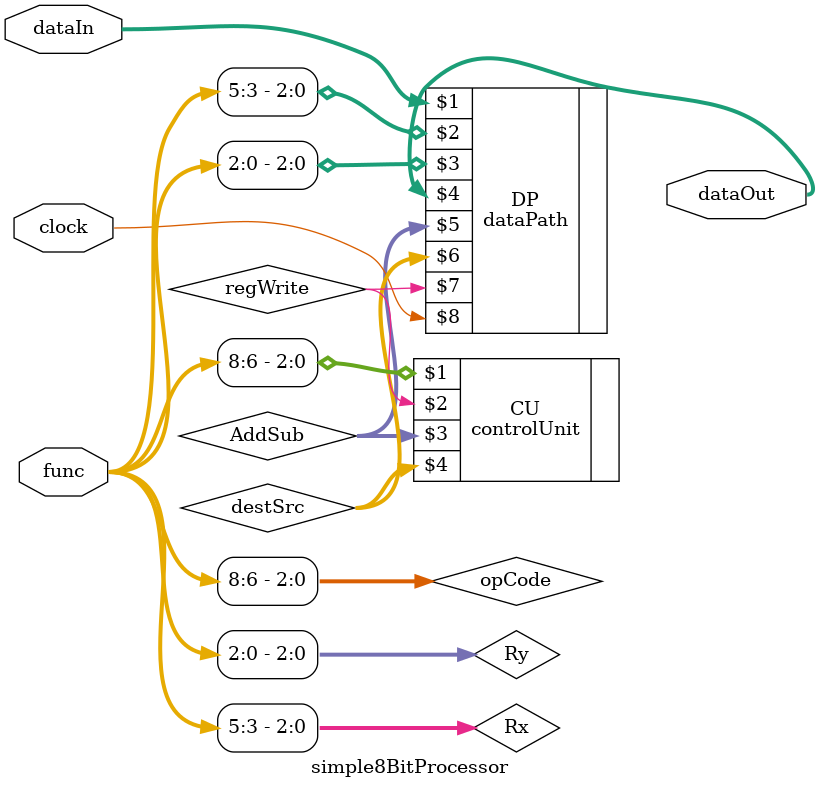
<source format=v>
`timescale 1ns / 1ps


module simple8BitProcessor(
    input  [7:0] dataIn,
    output [7:0] dataOut,
	 input  [8:0] func,
	 input  clock
    );
	// 000 000 000
	// 876 543 210
	 
	 wire [2:0] opCode = func[8:6];//8 7 6
	 wire [2:0] Rx = func[5:3]; //5 4 3 
	 wire [2:0] Ry = func[2:0]; //2 1 0

	 wire [1:0] destSrc;
	 wire regWrite;
	 wire [2:0] AddSub;
	 
	 controlUnit CU(opCode, regWrite, AddSub, destSrc);
	 dataPath    DP(dataIn, Rx, Ry, dataOut, AddSub, destSrc, regWrite, clock);

endmodule

</source>
